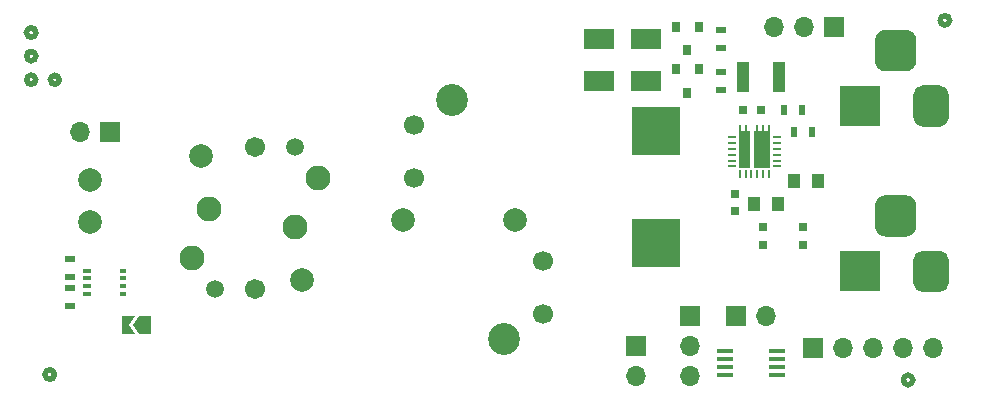
<source format=gts>
G04 #@! TF.GenerationSoftware,KiCad,Pcbnew,(5.1.6-0-10_14)*
G04 #@! TF.CreationDate,2021-11-10T21:38:56+09:00*
G04 #@! TF.ProjectId,peltier+relay,70656c74-6965-4722-9b72-656c61792e6b,rev?*
G04 #@! TF.SameCoordinates,Original*
G04 #@! TF.FileFunction,Soldermask,Top*
G04 #@! TF.FilePolarity,Negative*
%FSLAX46Y46*%
G04 Gerber Fmt 4.6, Leading zero omitted, Abs format (unit mm)*
G04 Created by KiCad (PCBNEW (5.1.6-0-10_14)) date 2021-11-10 21:38:56*
%MOMM*%
%LPD*%
G01*
G04 APERTURE LIST*
%ADD10C,0.475000*%
%ADD11C,0.100000*%
%ADD12O,1.700000X1.700000*%
%ADD13R,1.700000X1.700000*%
%ADD14R,2.500000X1.800000*%
%ADD15C,2.000000*%
%ADD16R,3.500000X3.500000*%
%ADD17C,2.700000*%
%ADD18C,1.700000*%
%ADD19C,2.108200*%
%ADD20C,2.006600*%
%ADD21C,1.701800*%
%ADD22C,1.498600*%
%ADD23R,4.100000X4.100000*%
%ADD24R,0.700000X0.420000*%
%ADD25R,0.540000X0.420000*%
%ADD26R,0.800000X0.900000*%
%ADD27R,1.450000X0.450000*%
%ADD28R,1.450000X0.400000*%
%ADD29R,1.000000X1.250000*%
%ADD30R,0.750000X0.800000*%
%ADD31R,0.800000X0.750000*%
%ADD32R,1.000000X2.500000*%
%ADD33R,0.900000X0.500000*%
%ADD34R,0.500000X0.900000*%
%ADD35R,0.650000X0.250000*%
%ADD36R,0.250000X0.650000*%
G04 APERTURE END LIST*
D10*
X102185000Y-87770000D02*
G75*
G03*
X102185000Y-87770000I-375000J0D01*
G01*
X100193333Y-87770000D02*
G75*
G03*
X100193333Y-87770000I-383333J0D01*
G01*
X100201667Y-85770000D02*
G75*
G03*
X100201667Y-85770000I-391667J0D01*
G01*
X100210000Y-83770000D02*
G75*
G03*
X100210000Y-83770000I-400000J0D01*
G01*
X101780000Y-112730000D02*
G75*
G03*
X101780000Y-112730000I-400000J0D01*
G01*
X174450000Y-113190000D02*
G75*
G03*
X174450000Y-113190000I-400000J0D01*
G01*
X177570000Y-82740000D02*
G75*
G03*
X177570000Y-82740000I-400000J0D01*
G01*
D11*
G36*
X161030000Y-92140000D02*
G01*
X162370000Y-92140000D01*
X162370000Y-95240000D01*
X161030000Y-95240000D01*
X161030000Y-92140000D01*
G37*
G36*
X159740000Y-92140000D02*
G01*
X160650000Y-92140000D01*
X160650000Y-95240000D01*
X159740000Y-95240000D01*
X159740000Y-92140000D01*
G37*
D12*
X176160000Y-110500000D03*
X173620000Y-110500000D03*
X171080000Y-110500000D03*
X168540000Y-110500000D03*
D13*
X166000000Y-110500000D03*
D14*
X151860000Y-87890000D03*
X147860000Y-87890000D03*
X151860000Y-84290000D03*
X147860000Y-84290000D03*
D15*
X104750000Y-99770000D03*
X104750000Y-96270000D03*
D12*
X162050000Y-107810000D03*
D13*
X159510000Y-107810000D03*
D12*
X155560000Y-112890000D03*
X155560000Y-110350000D03*
D13*
X155560000Y-107810000D03*
D16*
X170000000Y-104000000D03*
G36*
G01*
X177500000Y-103000000D02*
X177500000Y-105000000D01*
G75*
G02*
X176750000Y-105750000I-750000J0D01*
G01*
X175250000Y-105750000D01*
G75*
G02*
X174500000Y-105000000I0J750000D01*
G01*
X174500000Y-103000000D01*
G75*
G02*
X175250000Y-102250000I750000J0D01*
G01*
X176750000Y-102250000D01*
G75*
G02*
X177500000Y-103000000I0J-750000D01*
G01*
G37*
G36*
G01*
X174750000Y-98425000D02*
X174750000Y-100175000D01*
G75*
G02*
X173875000Y-101050000I-875000J0D01*
G01*
X172125000Y-101050000D01*
G75*
G02*
X171250000Y-100175000I0J875000D01*
G01*
X171250000Y-98425000D01*
G75*
G02*
X172125000Y-97550000I875000J0D01*
G01*
X173875000Y-97550000D01*
G75*
G02*
X174750000Y-98425000I0J-875000D01*
G01*
G37*
G36*
G01*
X174750000Y-84425000D02*
X174750000Y-86175000D01*
G75*
G02*
X173875000Y-87050000I-875000J0D01*
G01*
X172125000Y-87050000D01*
G75*
G02*
X171250000Y-86175000I0J875000D01*
G01*
X171250000Y-84425000D01*
G75*
G02*
X172125000Y-83550000I875000J0D01*
G01*
X173875000Y-83550000D01*
G75*
G02*
X174750000Y-84425000I0J-875000D01*
G01*
G37*
G36*
G01*
X177500000Y-89000000D02*
X177500000Y-91000000D01*
G75*
G02*
X176750000Y-91750000I-750000J0D01*
G01*
X175250000Y-91750000D01*
G75*
G02*
X174500000Y-91000000I0J750000D01*
G01*
X174500000Y-89000000D01*
G75*
G02*
X175250000Y-88250000I750000J0D01*
G01*
X176750000Y-88250000D01*
G75*
G02*
X177500000Y-89000000I0J-750000D01*
G01*
G37*
X170000000Y-90000000D03*
D17*
X139880000Y-109710000D03*
D18*
X143130000Y-107610000D03*
X143130000Y-103110000D03*
D15*
X140780000Y-99610000D03*
D17*
X135480000Y-89510000D03*
D18*
X132230000Y-91610000D03*
X132230000Y-96110000D03*
D15*
X131280000Y-99610000D03*
D19*
X114830000Y-98720000D03*
D20*
X114230000Y-94220000D03*
D21*
X118780000Y-93420000D03*
D22*
X122180000Y-93420000D03*
D19*
X124130000Y-96070000D03*
X122130000Y-100220000D03*
D20*
X122730000Y-104720000D03*
D21*
X118780000Y-105520000D03*
D22*
X115380000Y-105520000D03*
D19*
X113430000Y-102870000D03*
D23*
X152670000Y-92070000D03*
X152670000Y-101570000D03*
D24*
X104520000Y-103945000D03*
X104520000Y-104595000D03*
X104520000Y-105245000D03*
X104520000Y-105895000D03*
D25*
X107600000Y-105895000D03*
X107600000Y-105245000D03*
X107600000Y-104595000D03*
X107600000Y-103945000D03*
D26*
X156320000Y-86890000D03*
X154420000Y-86890000D03*
X155370000Y-88890000D03*
X155370000Y-85290000D03*
X154420000Y-83290000D03*
X156320000Y-83290000D03*
D27*
X158540000Y-112740000D03*
D28*
X158540000Y-112065000D03*
X158540000Y-111415000D03*
D27*
X158540000Y-110740000D03*
X162940000Y-110740000D03*
D28*
X162940000Y-111415000D03*
X162940000Y-112065000D03*
D27*
X162940000Y-112740000D03*
D12*
X151000000Y-112890000D03*
D13*
X151000000Y-110350000D03*
D12*
X162690010Y-83330008D03*
X165230010Y-83330008D03*
D13*
X167770010Y-83330008D03*
D29*
X163050000Y-98300000D03*
X161050000Y-98300000D03*
X164400000Y-96300000D03*
X166400000Y-96300000D03*
D30*
X159390000Y-98910000D03*
X159390000Y-97410000D03*
D31*
X160090000Y-90360000D03*
X161590000Y-90360000D03*
D32*
X160090000Y-87510000D03*
X163090000Y-87510000D03*
D33*
X103130000Y-106890000D03*
X103130000Y-105390000D03*
D34*
X165090000Y-90310000D03*
X163590000Y-90310000D03*
X164400000Y-92150000D03*
X165900000Y-92150000D03*
D33*
X158240000Y-88640000D03*
X158240000Y-87140000D03*
X103130000Y-104440000D03*
X103130000Y-102940000D03*
X158240000Y-85040000D03*
X158240000Y-83540000D03*
D12*
X103940000Y-92160000D03*
D13*
X106480000Y-92160000D03*
D30*
X161790000Y-100250000D03*
X161790000Y-101750000D03*
X165165001Y-101750000D03*
X165165001Y-100250000D03*
D11*
G36*
X107465000Y-107800000D02*
G01*
X108615000Y-107800000D01*
X108115000Y-108550000D01*
X108615000Y-109300000D01*
X107465000Y-109300000D01*
X107465000Y-107800000D01*
G37*
G36*
X108415000Y-108550000D02*
G01*
X108915000Y-107800000D01*
X109915000Y-107800000D01*
X109915000Y-109300000D01*
X108915000Y-109300000D01*
X108415000Y-108550000D01*
G37*
D35*
X162960000Y-95110000D03*
X162960000Y-94610000D03*
X162960000Y-94110000D03*
X162960000Y-93610000D03*
X162960000Y-93110000D03*
X162960000Y-92610000D03*
D36*
X162290000Y-91940000D03*
X161790000Y-91940000D03*
X161290000Y-91940000D03*
X160290000Y-91940000D03*
X159790000Y-91940000D03*
D35*
X159120000Y-92610000D03*
X159120000Y-93110000D03*
X159120000Y-93610000D03*
X159120000Y-94110000D03*
X159120000Y-94610000D03*
X159120000Y-95110000D03*
D36*
X159790000Y-95780000D03*
X160290000Y-95780000D03*
X160790000Y-95780000D03*
X161290000Y-95780000D03*
X161790000Y-95780000D03*
X162290000Y-95780000D03*
M02*

</source>
